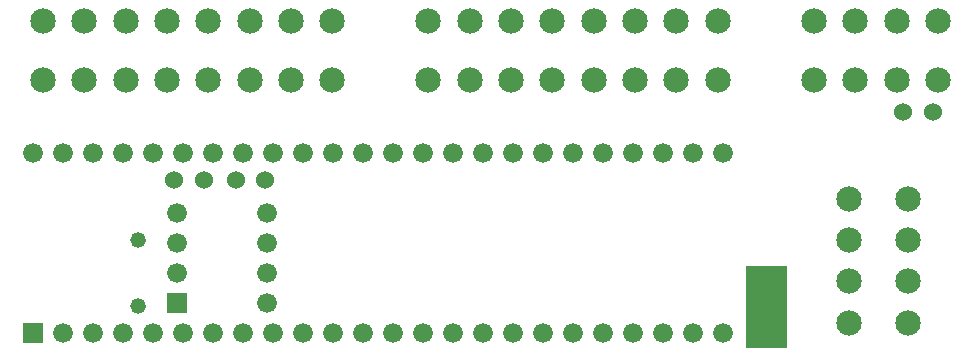
<source format=gbr>
G04 start of page 6 for group -4063 idx -4063 *
G04 Title: simple, componentmask *
G04 Creator: pcb 20140316 *
G04 CreationDate: Fri 07 Dec 2018 12:57:29 AM GMT UTC *
G04 For: brian *
G04 Format: Gerber/RS-274X *
G04 PCB-Dimensions (mil): 6000.00 5000.00 *
G04 PCB-Coordinate-Origin: lower left *
%MOIN*%
%FSLAX25Y25*%
%LNTOPMASK*%
%ADD52R,0.1350X0.1350*%
%ADD51C,0.0520*%
%ADD50C,0.0001*%
%ADD49C,0.0660*%
%ADD48C,0.0600*%
%ADD47C,0.0846*%
G54D47*X269772Y453000D03*
Y433315D03*
X283551D03*
X297331D03*
X283551Y453000D03*
X297331D03*
X311110D03*
X324890D03*
X338669D03*
X352449D03*
X311110Y433315D03*
X324890D03*
X338669D03*
X352449D03*
X366228Y453000D03*
X398331D03*
X412110D03*
X425890D03*
X439669D03*
X366228Y433315D03*
X398331D03*
G54D48*X428079Y422500D03*
X437921D03*
G54D47*X412110Y433315D03*
X425890D03*
X439669D03*
X196390D03*
X210169Y453000D03*
X223949D03*
X237728D03*
X210169Y433315D03*
X223949D03*
X237728D03*
X155051D03*
X168831Y453000D03*
Y433315D03*
X182610Y453000D03*
Y433315D03*
X141272Y453000D03*
Y433315D03*
X155051Y453000D03*
X196390D03*
G54D48*X215421Y400000D03*
X205579D03*
X194921D03*
X185079D03*
G54D49*X186000Y379000D03*
Y389000D03*
X216000D03*
Y379000D03*
Y369000D03*
Y359000D03*
G54D50*G36*
X182700Y362300D02*Y355700D01*
X189300D01*
Y362300D01*
X182700D01*
G37*
G54D49*X186000Y369000D03*
G54D51*X173000Y380024D03*
Y357976D03*
G54D50*G36*
X134700Y352300D02*Y345700D01*
X141300D01*
Y352300D01*
X134700D01*
G37*
G54D49*X148000Y349000D03*
X158000D03*
X168000D03*
X178000D03*
X188000D03*
X198000D03*
X208000D03*
X218000D03*
X228000D03*
X238000D03*
X248000D03*
X258000D03*
X268000D03*
X278000D03*
X288000D03*
X298000D03*
X368000Y409000D03*
X358000D03*
X348000D03*
X338000D03*
X328000D03*
X318000D03*
G54D47*X429500Y393669D03*
Y379890D03*
Y366110D03*
X409815Y393669D03*
Y379890D03*
Y366110D03*
G54D49*X308000Y409000D03*
X298000D03*
X288000D03*
X278000D03*
X268000D03*
X258000D03*
X248000D03*
X238000D03*
X228000D03*
X218000D03*
X208000D03*
X198000D03*
X188000D03*
X178000D03*
X168000D03*
X158000D03*
X148000D03*
X138000D03*
X308000Y349000D03*
X318000D03*
X328000D03*
X338000D03*
X348000D03*
X358000D03*
X368000D03*
G54D47*X429500Y352331D03*
X409815D03*
G54D52*X382500Y364500D02*Y350500D01*
M02*

</source>
